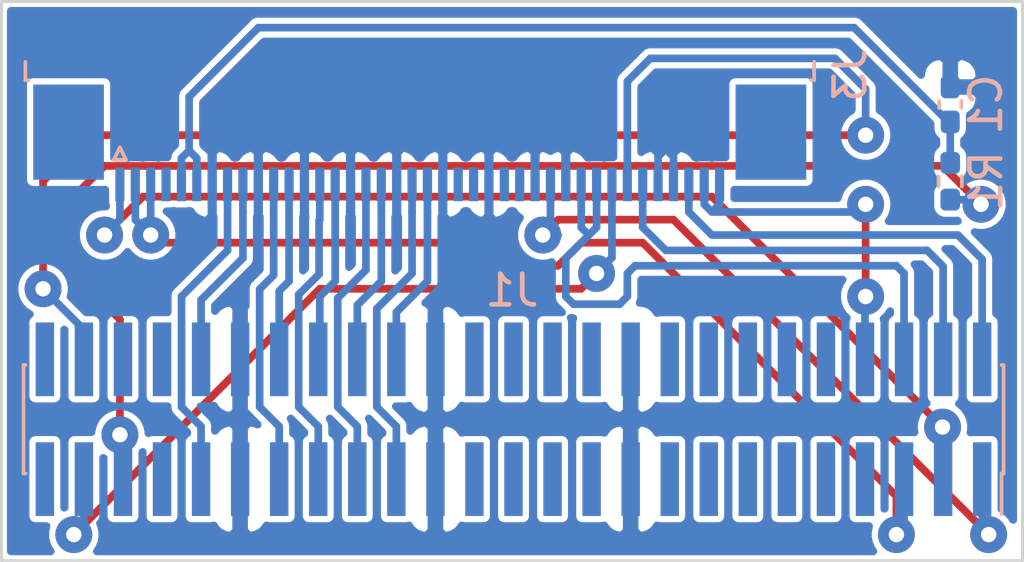
<source format=kicad_pcb>
(kicad_pcb (version 20211014) (generator pcbnew)
  (layers (0 "F.Cu" signal) (31 "B.Cu" signal) (34 "B.Paste" user) (35 "F.Paste" user) (36 "B.SilkS" user "B.Silkscreen") (37 "F.SilkS" user "F.Silkscreen") (38 "B.Mask" user) (39 "F.Mask" user) (44 "Edge.Cuts" user))
  (net 0 "")
  (net 1 "GND")
  (net 2 "/RST")
  (net 3 "VGH")
  (net 4 "AVCC")
  (net 5 "VGL")
  (net 6 "VCOM")
  (net 7 "BL_CAT")
  (net 8 "DVCC")
  (net 9 "BL_ANO")
  (net 10 "/RX3+")
  (net 11 "/RX3-")
  (net 12 "/RXC+")
  (net 13 "/RXC-")
  (net 14 "/RX2+")
  (net 15 "/RX2-")
  (net 16 "/RX1+")
  (net 17 "/RX1-")
  (net 18 "/RX0+")
  (net 19 "/RX0-")
  (net 20 "+3V3")
  (net 21 "VMIR")
  (net 22 "HMIR")
  (footprint "RTD2662Board:PinHeader_2x25_P1.27mm_Vertical_SMD_SmallPads" (layer "B.Cu") (at 197.049 95.995 90)
    (fp_text reference "J1" (at 4.195 -0.049 180) (layer "B.SilkS") (effects (justify mirror)))
    (fp_text value "Main Board Connector")
    (fp_line (start 1.765 15.935) (end 1.765 15.87) (layer "B.SilkS") (width 0.12))
    (fp_line (start -1.765 -15.935) (end 1.765 -15.935) (layer "B.SilkS") (width 0.12))
    (fp_line (start -1.765 15.935) (end 1.765 15.935) (layer "B.SilkS") (width 0.12))
    (fp_line (start 1.765 -15.87) (end 1.765 -15.935) (layer "B.SilkS") (width 0.12))
    (fp_line (start -3.09 15.87) (end -1.765 15.87) (layer "B.SilkS") (width 0.12))
    (fp_line (start -1.765 15.935) (end -1.765 15.87) (layer "B.SilkS") (width 0.12))
    (fp_line (start -1.765 -15.87) (end -1.765 -15.935) (layer "B.SilkS") (width 0.12))
    (pad "1" smd rect locked (at -1.95 15.24 90) (size 2.4 0.6) (layers "B.Cu" "B.Paste" "B.Mask") (net 4 "AVCC"))
    (pad "2" smd rect locked (at 1.95 15.24 90) (size 2.4 0.6) (layers "B.Cu" "B.Paste" "B.Mask") (net 3 "VGH"))
    (pad "3" smd rect locked (at -1.95 13.97 90) (size 2.4 0.6) (layers "B.Cu" "B.Paste" "B.Mask") (net 6 "VCOM"))
    (pad "4" smd rect locked (at 1.95 13.97 90) (size 2.4 0.6) (layers "B.Cu" "B.Paste" "B.Mask") (net 5 "VGL"))
    (pad "5" smd rect locked (at -1.95 12.7 90) (size 2.4 0.6) (layers "B.Cu" "B.Paste" "B.Mask") (net 8 "DVCC"))
    (pad "6" smd rect locked (at 1.95 12.7 90) (size 2.4 0.6) (layers "B.Cu" "B.Paste" "B.Mask") (net 7 "BL_CAT"))
    (pad "7" smd rect locked (at -1.95 11.43 90) (size 2.4 0.6) (layers "B.Cu" "B.Paste" "B.Mask"))
    (pad "8" smd rect locked (at 1.95 11.43 90) (size 2.4 0.6) (layers "B.Cu" "B.Paste" "B.Mask") (net 9 "BL_ANO"))
    (pad "9" smd rect locked (at -1.95 10.16 90) (size 2.4 0.6) (layers "B.Cu" "B.Paste" "B.Mask"))
    (pad "10" smd rect locked (at 1.95 10.16 90) (size 2.4 0.6) (layers "B.Cu" "B.Paste" "B.Mask"))
    (pad "11" smd rect locked (at -1.95 8.89 90) (size 2.4 0.6) (layers "B.Cu" "B.Paste" "B.Mask"))
    (pad "12" smd rect locked (at 1.95 8.89 90) (size 2.4 0.6) (layers "B.Cu" "B.Paste" "B.Mask"))
    (pad "13" smd rect locked (at -1.95 7.62 90) (size 2.4 0.6) (layers "B.Cu" "B.Paste" "B.Mask"))
    (pad "14" smd rect locked (at 1.95 7.62 90) (size 2.4 0.6) (layers "B.Cu" "B.Paste" "B.Mask"))
    (pad "15" smd rect locked (at -1.95 6.35 90) (size 2.4 0.6) (layers "B.Cu" "B.Paste" "B.Mask"))
    (pad "16" smd rect locked (at 1.95 6.35 90) (size 2.4 0.6) (layers "B.Cu" "B.Paste" "B.Mask"))
    (pad "17" smd rect locked (at -1.95 5.08 90) (size 2.4 0.6) (layers "B.Cu" "B.Paste" "B.Mask"))
    (pad "18" smd rect locked (at 1.95 5.08 90) (size 2.4 0.6) (layers "B.Cu" "B.Paste" "B.Mask"))
    (pad "19" smd rect locked (at -1.95 3.81 90) (size 2.4 0.6) (layers "B.Cu" "B.Paste" "B.Mask") (net 1 "GND"))
    (pad "20" smd rect locked (at 1.95 3.81 90) (size 2.4 0.6) (layers "B.Cu" "B.Paste" "B.Mask") (net 1 "GND"))
    (pad "21" smd rect locked (at -1.95 2.54 90) (size 2.4 0.6) (layers "B.Cu" "B.Paste" "B.Mask"))
    (pad "22" smd rect locked (at 1.95 2.54 90) (size 2.4 0.6) (layers "B.Cu" "B.Paste" "B.Mask"))
    (pad "23" smd rect locked (at -1.95 1.27 90) (size 2.4 0.6) (layers "B.Cu" "B.Paste" "B.Mask"))
    (pad "24" smd rect locked (at 1.95 1.27 90) (size 2.4 0.6) (layers "B.Cu" "B.Paste" "B.Mask"))
    (pad "25" smd rect locked (at -1.95 0 90) (size 2.4 0.6) (layers "B.Cu" "B.Paste" "B.Mask"))
    (pad "26" smd rect locked (at 1.95 0 90) (size 2.4 0.6) (layers "B.Cu" "B.Paste" "B.Mask"))
    (pad "27" smd rect locked (at -1.95 -1.27 90) (size 2.4 0.6) (layers "B.Cu" "B.Paste" "B.Mask"))
    (pad "28" smd rect locked (at 1.95 -1.27 90) (size 2.4 0.6) (layers "B.Cu" "B.Paste" "B.Mask"))
    (pad "29" smd rect locked (at -1.95 -2.54 90) (size 2.4 0.6) (layers "B.Cu" "B.Paste" "B.Mask") (net 1 "GND"))
    (pad "30" smd rect locked (at 1.95 -2.54 90) (size 2.4 0.6) (layers "B.Cu" "B.Paste" "B.Mask") (net 1 "GND"))
    (pad "31" smd rect locked (at -1.95 -3.81 90) (size 2.4 0.6) (layers "B.Cu" "B.Paste" "B.Mask") (net 11 "/RX3-"))
    (pad "32" smd rect locked (at 1.95 -3.81 90) (size 2.4 0.6) (layers "B.Cu" "B.Paste" "B.Mask") (net 10 "/RX3+"))
    (pad "33" smd rect locked (at -1.95 -5.08 90) (size 2.4 0.6) (layers "B.Cu" "B.Paste" "B.Mask") (net 13 "/RXC-"))
    (pad "34" smd rect locked (at 1.95 -5.08 90) (size 2.4 0.6) (layers "B.Cu" "B.Paste" "B.Mask") (net 12 "/RXC+"))
    (pad "35" smd rect locked (at -1.95 -6.35 90) (size 2.4 0.6) (layers "B.Cu" "B.Paste" "B.Mask") (net 15 "/RX2-"))
    (pad "36" smd rect locked (at 1.95 -6.35 90) (size 2.4 0.6) (layers "B.Cu" "B.Paste" "B.Mask") (net 14 "/RX2+"))
    (pad "37" smd rect locked (at -1.95 -7.62 90) (size 2.4 0.6) (layers "B.Cu" "B.Paste" "B.Mask") (net 17 "/RX1-"))
    (pad "38" smd rect locked (at 1.95 -7.62 90) (size 2.4 0.6) (layers "B.Cu" "B.Paste" "B.Mask") (net 16 "/RX1+"))
    (pad "39" smd rect locked (at -1.95 -8.89 90) (size 2.4 0.6) (layers "B.Cu" "B.Paste" "B.Mask") (net 1 "GND"))
    (pad "40" smd rect locked (at 1.95 -8.89 90) (size 2.4 0.6) (layers "B.Cu" "B.Paste" "B.Mask") (net 1 "GND"))
    (pad "41" smd rect locked (at -1.95 -10.16 90) (size 2.4 0.6) (layers "B.Cu" "B.Paste" "B.Mask") (net 19 "/RX0-"))
    (pad "42" smd rect locked (at 1.95 -10.16 90) (size 2.4 0.6) (layers "B.Cu" "B.Paste" "B.Mask") (net 18 "/RX0+"))
    (pad "43" smd rect locked (at -1.95 -11.43 90) (size 2.4 0.6) (layers "B.Cu" "B.Paste" "B.Mask"))
    (pad "44" smd rect locked (at 1.95 -11.43 90) (size 2.4 0.6) (layers "B.Cu" "B.Paste" "B.Mask"))
    (pad "45" smd rect locked (at -1.95 -12.7 90) (size 2.4 0.6) (layers "B.Cu" "B.Paste" "B.Mask") (net 20 "+3V3"))
    (pad "46" smd rect locked (at 1.95 -12.7 90) (size 2.4 0.6) (layers "B.Cu" "B.Paste" "B.Mask"))
    (pad "47" smd rect locked (at -1.95 -13.97 90) (size 2.4 0.6) (layers "B.Cu" "B.Paste" "B.Mask") (net 22 "HMIR"))
    (pad "48" smd rect locked (at 1.95 -13.97 90) (size 2.4 0.6) (layers "B.Cu" "B.Paste" "B.Mask") (net 21 "VMIR"))
    (pad "49" smd rect locked (at -1.95 -15.24 90) (size 2.4 0.6) (layers "B.Cu" "B.Paste" "B.Mask"))
    (pad "50" smd rect locked (at 1.95 -15.24 90) (size 2.4 0.6) (layers "B.Cu" "B.Paste" "B.Mask"))
  )
  (footprint "RTD2662Board:GenericConnFFC_1x40_P0.5mm_Horizontal" (layer "B.Cu") (at 194 87)
    (fp_text reference "J3" (at 14 -2.2 90) (layer "B.SilkS") (effects (justify mirror)))
    (fp_text value "LCD Connector Bottom")
    (fp_line (start 12.825 -2.04) (end 12.825 -2.64) (layer "B.SilkS") (width 0.12))
    (fp_line (start -9.75 0.15) (end -9.55 0.55) (layer "B.SilkS") (width 0.12))
    (fp_line (start -9.55 0.55) (end -9.95 0.55) (layer "B.SilkS") (width 0.12))
    (fp_line (start 12.715 -2.04) (end 12.825 -2.04) (layer "B.SilkS") (width 0.12))
    (fp_line (start -9.95 0.55) (end -9.75 0.15) (layer "B.SilkS") (width 0.12))
    (fp_line (start -12.825 -2.04) (end -12.825 -2.64) (layer "B.SilkS") (width 0.12))
    (fp_line (start -12.715 -2.04) (end -12.825 -2.04) (layer "B.SilkS") (width 0.12))
    (pad "1" smd rect locked (at -9.75 1.35) (size 0.3 1.1) (layers "B.Cu" "B.Paste" "B.Mask") (net 6 "VCOM"))
    (pad "2" smd rect locked (at -9.25 1.35) (size 0.3 1.1) (layers "B.Cu" "B.Paste" "B.Mask") (net 8 "DVCC"))
    (pad "3" smd rect locked (at -8.75 1.35) (size 0.3 1.1) (layers "B.Cu" "B.Paste" "B.Mask") (net 8 "DVCC"))
    (pad "4" smd rect locked (at -8.25 1.35) (size 0.3 1.1) (layers "B.Cu" "B.Paste" "B.Mask"))
    (pad "5" smd rect locked (at -7.75 1.35) (size 0.3 1.1) (layers "B.Cu" "B.Paste" "B.Mask") (net 2 "/RST"))
    (pad "6" smd rect locked (at -7.25 1.35) (size 0.3 1.1) (layers "B.Cu" "B.Paste" "B.Mask") (net 2 "/RST"))
    (pad "7" smd rect locked (at -6.75 1.35) (size 0.3 1.1) (layers "B.Cu" "B.Paste" "B.Mask") (net 1 "GND"))
    (pad "8" smd rect locked (at -6.25 1.35) (size 0.3 1.1) (layers "B.Cu" "B.Paste" "B.Mask") (net 19 "/RX0-"))
    (pad "9" smd rect locked (at -5.75 1.35) (size 0.3 1.1) (layers "B.Cu" "B.Paste" "B.Mask") (net 18 "/RX0+"))
    (pad "10" smd rect locked (at -5.25 1.35) (size 0.3 1.1) (layers "B.Cu" "B.Paste" "B.Mask") (net 1 "GND"))
    (pad "11" smd rect locked (at -4.75 1.35) (size 0.3 1.1) (layers "B.Cu" "B.Paste" "B.Mask") (net 17 "/RX1-"))
    (pad "12" smd rect locked (at -4.25 1.35) (size 0.3 1.1) (layers "B.Cu" "B.Paste" "B.Mask") (net 16 "/RX1+"))
    (pad "13" smd rect locked (at -3.75 1.35) (size 0.3 1.1) (layers "B.Cu" "B.Paste" "B.Mask") (net 1 "GND"))
    (pad "14" smd rect locked (at -3.25 1.35) (size 0.3 1.1) (layers "B.Cu" "B.Paste" "B.Mask") (net 15 "/RX2-"))
    (pad "15" smd rect locked (at -2.75 1.35) (size 0.3 1.1) (layers "B.Cu" "B.Paste" "B.Mask") (net 14 "/RX2+"))
    (pad "16" smd rect locked (at -2.25 1.35) (size 0.3 1.1) (layers "B.Cu" "B.Paste" "B.Mask") (net 1 "GND"))
    (pad "17" smd rect locked (at -1.75 1.35) (size 0.3 1.1) (layers "B.Cu" "B.Paste" "B.Mask") (net 13 "/RXC-"))
    (pad "18" smd rect locked (at -1.25 1.35) (size 0.3 1.1) (layers "B.Cu" "B.Paste" "B.Mask") (net 12 "/RXC+"))
    (pad "19" smd rect locked (at -0.75 1.35) (size 0.3 1.1) (layers "B.Cu" "B.Paste" "B.Mask") (net 1 "GND"))
    (pad "20" smd rect locked (at -0.25 1.35) (size 0.3 1.1) (layers "B.Cu" "B.Paste" "B.Mask") (net 11 "/RX3-"))
    (pad "21" smd rect locked (at 0.25 1.35) (size 0.3 1.1) (layers "B.Cu" "B.Paste" "B.Mask") (net 10 "/RX3+"))
    (pad "22" smd rect locked (at 0.75 1.35) (size 0.3 1.1) (layers "B.Cu" "B.Paste" "B.Mask") (net 1 "GND"))
    (pad "23" smd rect locked (at 1.25 1.35) (size 0.3 1.1) (layers "B.Cu" "B.Paste" "B.Mask"))
    (pad "24" smd rect locked (at 1.75 1.35) (size 0.3 1.1) (layers "B.Cu" "B.Paste" "B.Mask"))
    (pad "25" smd rect locked (at 2.25 1.35) (size 0.3 1.1) (layers "B.Cu" "B.Paste" "B.Mask") (net 1 "GND"))
    (pad "26" smd rect locked (at 2.75 1.35) (size 0.3 1.1) (layers "B.Cu" "B.Paste" "B.Mask"))
    (pad "27" smd rect locked (at 3.25 1.35) (size 0.3 1.1) (layers "B.Cu" "B.Paste" "B.Mask"))
    (pad "28" smd rect locked (at 3.75 1.35) (size 0.3 1.1) (layers "B.Cu" "B.Paste" "B.Mask") (net 1 "GND"))
    (pad "29" smd rect locked (at 4.25 1.35) (size 0.3 1.1) (layers "B.Cu" "B.Paste" "B.Mask") (net 4 "AVCC"))
    (pad "30" smd rect locked (at 4.75 1.35) (size 0.3 1.1) (layers "B.Cu" "B.Paste" "B.Mask") (net 1 "GND"))
    (pad "31" smd rect locked (at 5.25 1.35) (size 0.3 1.1) (layers "B.Cu" "B.Paste" "B.Mask") (net 7 "BL_CAT"))
    (pad "32" smd rect locked (at 5.75 1.35) (size 0.3 1.1) (layers "B.Cu" "B.Paste" "B.Mask") (net 7 "BL_CAT"))
    (pad "33" smd rect locked (at 6.25 1.35) (size 0.3 1.1) (layers "B.Cu" "B.Paste" "B.Mask") (net 22 "HMIR"))
    (pad "34" smd rect locked (at 6.75 1.35) (size 0.3 1.1) (layers "B.Cu" "B.Paste" "B.Mask") (net 21 "VMIR"))
    (pad "35" smd rect locked (at 7.25 1.35) (size 0.3 1.1) (layers "B.Cu" "B.Paste" "B.Mask") (net 5 "VGL"))
    (pad "36" smd rect locked (at 7.75 1.35) (size 0.3 1.1) (layers "B.Cu" "B.Paste" "B.Mask") (net 1 "GND"))
    (pad "37" smd rect locked (at 8.25 1.35) (size 0.3 1.1) (layers "B.Cu" "B.Paste" "B.Mask") (net 1 "GND"))
    (pad "38" smd rect locked (at 8.75 1.35) (size 0.3 1.1) (layers "B.Cu" "B.Paste" "B.Mask") (net 3 "VGH"))
    (pad "39" smd rect locked (at 9.25 1.35) (size 0.3 1.1) (layers "B.Cu" "B.Paste" "B.Mask") (net 9 "BL_ANO"))
    (pad "40" smd rect locked (at 9.75 1.35) (size 0.3 1.1) (layers "B.Cu" "B.Paste" "B.Mask") (net 9 "BL_ANO"))
    (pad "MP" smd rect locked (at 11.42 -0.35) (size 2.3 3.1) (layers "B.Cu" "B.Paste" "B.Mask"))
    (pad "MP" smd rect locked (at -11.42 -0.35) (size 2.3 3.1) (layers "B.Cu" "B.Paste" "B.Mask"))
  )
  (footprint "Capacitor_SMD:C_0402_1005Metric_Pad0.74x0.62mm_HandSolder" (layer "B.Cu") (at 211.25 85.75 90)
    (fp_text reference "C1" (at 0 1.16 270) (layer "B.SilkS") (effects (justify mirror)))
    (fp_text value "C")
    (fp_line (start -0.115835 -0.36) (end 0.115835 -0.36) (layer "B.SilkS") (width 0.12))
    (fp_line (start -0.115835 0.36) (end 0.115835 0.36) (layer "B.SilkS") (width 0.12))
    (pad "1" smd roundrect locked (at -0.5675 0 90) (size 0.735 0.62) (layers "B.Cu" "B.Paste" "B.Mask") (net 2 "/RST"))
    (pad "2" smd roundrect locked (at 0.5675 0 90) (size 0.735 0.62) (layers "B.Cu" "B.Paste" "B.Mask") (net 1 "GND"))
  )
  (footprint "Resistor_SMD:R_0402_1005Metric_Pad0.72x0.64mm_HandSolder" (layer "B.Cu") (at 211.25 88.25 90)
    (fp_text reference "R1" (at 0 1.17 270) (layer "B.SilkS") (effects (justify mirror)))
    (fp_text value "R")
    (fp_line (start -0.167621 0.38) (end 0.167621 0.38) (layer "B.SilkS") (width 0.12))
    (fp_line (start -0.167621 -0.38) (end 0.167621 -0.38) (layer "B.SilkS") (width 0.12))
    (pad "1" smd roundrect locked (at -0.5975 0 90) (size 0.715 0.64) (layers "B.Cu" "B.Paste" "B.Mask") (net 20 "+3V3"))
    (pad "2" smd roundrect locked (at 0.5975 0 90) (size 0.715 0.64) (layers "B.Cu" "B.Paste" "B.Mask") (net 2 "/RST"))
  )
  (gr_line (start 180.4 100.6) (end 213.6 100.6) (layer "Edge.Cuts") (width 0.1))
  (gr_line (start 213.6 100.6) (end 213.6 82.4) (layer "Edge.Cuts") (width 0.1))
  (gr_line (start 180.4 82.4) (end 180.4 100.6) (layer "Edge.Cuts") (width 0.1))
  (gr_line (start 213.6 82.4) (end 180.4 82.4) (layer "Edge.Cuts") (width 0.1))
  (segment (start 202.25 87.45) (end 202 87.2) (width 0.25) (layer "B.Cu") (net 1))
  (segment (start 201.75 87.45) (end 202 87.2) (width 0.25) (layer "B.Cu") (net 1))
  (segment (start 201.75 88.35) (end 201.75 87.45) (width 0.25) (layer "B.Cu") (net 1))
  (segment (start 202.25 88.35) (end 202.25 87.45) (width 0.25) (layer "B.Cu") (net 1))
  (segment (start 186.5 85.5) (end 186.5 87.25) (width 0.25) (layer "B.Cu") (net 2))
  (segment (start 211.25 86.3175) (end 211.1925 86.3175) (width 0.25) (layer "B.Cu") (net 2))
  (segment (start 186.25 87.5) (end 186.5 87.25) (width 0.25) (layer "B.Cu") (net 2))
  (segment (start 208.125 83.25) (end 188.75 83.25) (width 0.25) (layer "B.Cu") (net 2))
  (segment (start 186.5 87.25) (end 186.75 87.5) (width 0.25) (layer "B.Cu") (net 2))
  (segment (start 186.75 87.75) (end 186.75 88.5) (width 0.25) (layer "B.Cu") (net 2))
  (segment (start 211.25 87.6525) (end 211.25 86.25) (width 0.25) (layer "B.Cu") (net 2))
  (segment (start 186.25 88.35) (end 186.25 87.5) (width 0.25) (layer "B.Cu") (net 2))
  (segment (start 186.75 87.5) (end 186.75 87.75) (width 0.25) (layer "B.Cu") (net 2))
  (segment (start 211.1925 86.3175) (end 208.125 83.25) (width 0.25) (layer "B.Cu") (net 2))
  (segment (start 188.75 83.25) (end 186.5 85.5) (width 0.25) (layer "B.Cu") (net 2))
  (segment (start 202.75 88.35) (end 202.75 89.25) (width 0.25) (layer "B.Cu") (net 3))
  (segment (start 212.289 90.789) (end 212.289 94.045) (width 0.25) (layer "B.Cu") (net 3))
  (segment (start 203.5 90) (end 211.5 90) (width 0.25) (layer "B.Cu") (net 3))
  (segment (start 211.5 90) (end 212.289 90.789) (width 0.25) (layer "B.Cu") (net 3))
  (segment (start 202.75 89.25) (end 203.5 90) (width 0.25) (layer "B.Cu") (net 3))
  (segment (start 198.5 89.5) (end 202.25 89.5) (width 0.25) (layer "F.Cu") (net 4))
  (segment (start 202.25 89.5) (end 212.5 99.75) (width 0.25) (layer "F.Cu") (net 4))
  (segment (start 198 90) (end 198.5 89.5) (width 0.25) (layer "F.Cu") (net 4))
  (via (at 198 90) (size 1.2) (drill 0.5) (layers "F.Cu" "B.Cu") (net 4))
  (via (at 212.5 99.75) (size 1.2) (drill 0.5) (layers "F.Cu" "B.Cu") (net 4))
  (segment (start 198.25 89.75) (end 198 90) (width 0.25) (layer "B.Cu") (net 4))
  (segment (start 212.289 97.945) (end 212.289 99.539) (width 0.25) (layer "B.Cu") (net 4))
  (segment (start 212.289 99.539) (end 212.5 99.75) (width 0.25) (layer "B.Cu") (net 4))
  (segment (start 198.25 88.35) (end 198.25 89.75) (width 0.25) (layer "B.Cu") (net 4))
  (segment (start 198.5 90) (end 198.25 89.75) (width 0.25) (layer "B.Cu") (net 4))
  (segment (start 210.5 90.5) (end 202 90.5) (width 0.25) (layer "B.Cu") (net 5))
  (segment (start 211.019 94.045) (end 211.019 91.019) (width 0.25) (layer "B.Cu") (net 5))
  (segment (start 211.019 91.019) (end 210.5 90.5) (width 0.25) (layer "B.Cu") (net 5))
  (segment (start 202 90.5) (end 201.25 89.75) (width 0.25) (layer "B.Cu") (net 5))
  (segment (start 201.25 89.75) (end 201.25 88.35) (width 0.25) (layer "B.Cu") (net 5))
  (segment (start 185 88.75) (end 183.75 90) (width 0.25) (layer "F.Cu") (net 6))
  (segment (start 211 96.25) (end 203.5 88.75) (width 0.25) (layer "F.Cu") (net 6))
  (segment (start 203.5 88.75) (end 185 88.75) (width 0.25) (layer "F.Cu") (net 6))
  (via (at 211 96.25) (size 1.2) (drill 0.5) (layers "F.Cu" "B.Cu") (net 6))
  (via (at 183.75 90) (size 1.2) (drill 0.5) (layers "F.Cu" "B.Cu") (net 6))
  (segment (start 184.25 88.35) (end 184.25 89.5) (width 0.25) (layer "B.Cu") (net 6))
  (segment (start 211.019 97.945) (end 211.019 96.269) (width 0.25) (layer "B.Cu") (net 6))
  (segment (start 184.25 89.5) (end 184 89.75) (width 0.25) (layer "B.Cu") (net 6))
  (segment (start 211.019 96.269) (end 211 96.25) (width 0.25) (layer "B.Cu") (net 6))
  (segment (start 209.749 94.045) (end 209.749 91.249) (width 0.25) (layer "B.Cu") (net 7))
  (segment (start 198.75 90.75) (end 199.5 90) (width 0.25) (layer "B.Cu") (net 7))
  (segment (start 200.5 92.25) (end 199 92.25) (width 0.25) (layer "B.Cu") (net 7))
  (segment (start 199 92.25) (end 198.75 92) (width 0.25) (layer "B.Cu") (net 7))
  (segment (start 201 91) (end 200.75 91.25) (width 0.25) (layer "B.Cu") (net 7))
  (segment (start 209.748 91.248) (end 209.5 91) (width 0.25) (layer "B.Cu") (net 7))
  (segment (start 209.5 91) (end 201 91) (width 0.25) (layer "B.Cu") (net 7))
  (segment (start 209.749 91.249) (end 209.748 91.25) (width 0.25) (layer "B.Cu") (net 7))
  (segment (start 200.75 91.25) (end 200.75 92) (width 0.25) (layer "B.Cu") (net 7))
  (segment (start 200.75 92) (end 200.5 92.25) (width 0.25) (layer "B.Cu") (net 7))
  (segment (start 199.75 88.35) (end 199.75 89.75) (width 0.25) (layer "B.Cu") (net 7))
  (segment (start 209.748 91.25) (end 209.748 91.248) (width 0.25) (layer "B.Cu") (net 7))
  (segment (start 199.25 88.35) (end 199.25 89.75) (width 0.25) (layer "B.Cu") (net 7))
  (segment (start 199.25 89.75) (end 199.5 90) (width 0.25) (layer "B.Cu") (net 7))
  (segment (start 199.75 89.75) (end 199.5 90) (width 0.25) (layer "B.Cu") (net 7))
  (segment (start 198.75 92) (end 198.75 90.75) (width 0.25) (layer "B.Cu") (net 7))
  (segment (start 197.25 91) (end 198.5 91) (width 0.25) (layer "F.Cu") (net 8))
  (segment (start 185.25 90) (end 185.5 90.25) (width 0.25) (layer "F.Cu") (net 8))
  (segment (start 185.5 90.25) (end 196.5 90.25) (width 0.25) (layer "F.Cu") (net 8))
  (segment (start 196.5 90.25) (end 197.25 91) (width 0.25) (layer "F.Cu") (net 8))
  (segment (start 199.25 90.25) (end 201.25 90.25) (width 0.25) (layer "F.Cu") (net 8))
  (segment (start 198.5 91) (end 199.25 90.25) (width 0.25) (layer "F.Cu") (net 8))
  (segment (start 209.5 98.5) (end 209.5 99.75) (width 0.25) (layer "F.Cu") (net 8))
  (segment (start 201.25 90.25) (end 209.5 98.5) (width 0.25) (layer "F.Cu") (net 8))
  (via (at 209.5 99.75) (size 1.2) (drill 0.5) (layers "F.Cu" "B.Cu") (net 8))
  (via (at 185.25 90) (size 1.2) (drill 0.5) (layers "F.Cu" "B.Cu") (net 8))
  (segment (start 184.75 88.35) (end 184.75 89.5) (width 0.25) (layer "B.Cu") (net 8))
  (segment (start 209.749 99.501) (end 209.5 99.75) (width 0.25) (layer "B.Cu") (net 8))
  (segment (start 184.75 89.5) (end 185 89.75) (width 0.25) (layer "B.Cu") (net 8))
  (segment (start 185.25 89.5) (end 185 89.75) (width 0.25) (layer "B.Cu") (net 8))
  (segment (start 185.25 88.35) (end 185.25 89.5) (width 0.25) (layer "B.Cu") (net 8))
  (segment (start 209.749 97.945) (end 209.749 99.501) (width 0.25) (layer "B.Cu") (net 8))
  (segment (start 185 89.75) (end 185.25 90) (width 0.25) (layer "B.Cu") (net 8))
  (segment (start 208.5 92) (end 208.5 89) (width 0.25) (layer "F.Cu") (net 9))
  (via (at 208.5 92) (size 1.2) (drill 0.5) (layers "F.Cu" "B.Cu") (net 9))
  (via (at 208.5 89) (size 1.2) (drill 0.5) (layers "F.Cu" "B.Cu") (net 9))
  (segment (start 208.479 92.021) (end 208.5 92) (width 0.25) (layer "B.Cu") (net 9))
  (segment (start 208.5 89) (end 208.25 89) (width 0.25) (layer "B.Cu") (net 9))
  (segment (start 208.479 94.045) (end 208.479 92.021) (width 0.25) (layer "B.Cu") (net 9))
  (segment (start 203.25 89) (end 203.5 89.25) (width 0.25) (layer "B.Cu") (net 9))
  (segment (start 203.75 89) (end 203.5 89.25) (width 0.25) (layer "B.Cu") (net 9))
  (segment (start 203.25 88.35) (end 203.25 89) (width 0.25) (layer "B.Cu") (net 9))
  (segment (start 208.25 89) (end 208 89.25) (width 0.25) (layer "B.Cu") (net 9))
  (segment (start 203.75 88.35) (end 203.75 89) (width 0.25) (layer "B.Cu") (net 9))
  (segment (start 208 89.25) (end 203.5 89.25) (width 0.25) (layer "B.Cu") (net 9))
  (segment (start 193.239 92.511) (end 194.25 91.5) (width 0.25) (layer "B.Cu") (net 10))
  (segment (start 193.239 94.045) (end 193.239 92.511) (width 0.25) (layer "B.Cu") (net 10))
  (segment (start 194.25 91.5) (end 194.25 89.25) (width 0.25) (layer "B.Cu") (net 10))
  (segment (start 194.25 89.25) (end 194.25 88.35) (width 0.25) (layer "B.Cu") (net 10))
  (segment (start 193.75 89.25) (end 193.75 88.35) (width 0.25) (layer "B.Cu") (net 11))
  (segment (start 192.604 95.595) (end 192.604 92.396) (width 0.25) (layer "B.Cu") (net 11))
  (segment (start 192.604 92.396) (end 193.75 91.25) (width 0.25) (layer "B.Cu") (net 11))
  (segment (start 193.75 91.25) (end 193.75 89.25) (width 0.25) (layer "B.Cu") (net 11))
  (segment (start 193.239 96.23) (end 192.604 95.595) (width 0.25) (layer "B.Cu") (net 11))
  (segment (start 193.239 97.945) (end 193.239 96.23) (width 0.25) (layer "B.Cu") (net 11))
  (segment (start 191.969 94.045) (end 191.969 92.281) (width 0.25) (layer "B.Cu") (net 12))
  (segment (start 191.969 92.281) (end 192.75 91.5) (width 0.25) (layer "B.Cu") (net 12))
  (segment (start 192.75 89.15) (end 192.75 88.35) (width 0.25) (layer "B.Cu") (net 12))
  (segment (start 192.75 91.5) (end 192.75 89.15) (width 0.25) (layer "B.Cu") (net 12))
  (segment (start 191.334 95.595) (end 191.969 96.23) (width 0.25) (layer "B.Cu") (net 13))
  (segment (start 192.25 91.13641) (end 191.334 92.05241) (width 0.25) (layer "B.Cu") (net 13))
  (segment (start 191.969 96.23) (end 191.969 97.945) (width 0.25) (layer "B.Cu") (net 13))
  (segment (start 191.334 92.05241) (end 191.334 95.595) (width 0.25) (layer "B.Cu") (net 13))
  (segment (start 192.25 88.25) (end 192.25 91.13641) (width 0.25) (layer "B.Cu") (net 13))
  (segment (start 190.75 92) (end 191.25 91.5) (width 0.25) (layer "B.Cu") (net 14))
  (segment (start 191.25 89.15) (end 191.25 88.35) (width 0.25) (layer "B.Cu") (net 14))
  (segment (start 191.25 91.5) (end 191.25 89.15) (width 0.25) (layer "B.Cu") (net 14))
  (segment (start 190.699 94.045) (end 190.75 93.994) (width 0.25) (layer "B.Cu") (net 14))
  (segment (start 190.75 93.994) (end 190.75 92) (width 0.25) (layer "B.Cu") (net 14))
  (segment (start 190.725001 89.524999) (end 190.725001 91.274999) (width 0.25) (layer "B.Cu") (net 15))
  (segment (start 190.064 95.595) (end 190.699 96.23) (width 0.25) (layer "B.Cu") (net 15))
  (segment (start 190.699 96.23) (end 190.699 97.945) (width 0.25) (layer "B.Cu") (net 15))
  (segment (start 190.75 88.35) (end 190.75 89.5) (width 0.25) (layer "B.Cu") (net 15))
  (segment (start 190.064 91.936) (end 190.064 95.595) (width 0.25) (layer "B.Cu") (net 15))
  (segment (start 190.725001 91.274999) (end 190.064 91.936) (width 0.25) (layer "B.Cu") (net 15))
  (segment (start 190.75 89.5) (end 190.725001 89.524999) (width 0.25) (layer "B.Cu") (net 15))
  (segment (start 189.75 91.5) (end 189.75 90.25) (width 0.25) (layer "B.Cu") (net 16))
  (segment (start 189.75 90.25) (end 189.75 88.35) (width 0.25) (layer "B.Cu") (net 16))
  (segment (start 189.429 91.821) (end 189.75 91.5) (width 0.25) (layer "B.Cu") (net 16))
  (segment (start 189.429 94.045) (end 189.429 91.821) (width 0.25) (layer "B.Cu") (net 16))
  (segment (start 189.25 91.306795) (end 188.794 91.762795) (width 0.25) (layer "B.Cu") (net 17))
  (segment (start 188.794 91.762795) (end 188.794 95.595) (width 0.25) (layer "B.Cu") (net 17))
  (segment (start 189.429 96.23) (end 189.429 97.945) (width 0.25) (layer "B.Cu") (net 17))
  (segment (start 189.25 88.35) (end 189.25 91.306795) (width 0.25) (layer "B.Cu") (net 17))
  (segment (start 188.794 95.595) (end 189.429 96.23) (width 0.25) (layer "B.Cu") (net 17))
  (segment (start 186.889 92.111) (end 188.25 90.75) (width 0.25) (layer "B.Cu") (net 18))
  (segment (start 188.25 89.25) (end 188.25 88.35) (width 0.25) (layer "B.Cu") (net 18))
  (segment (start 188.25 90.75) (end 188.25 89.25) (width 0.25) (layer "B.Cu") (net 18))
  (segment (start 186.889 94.045) (end 186.889 92.111) (width 0.25) (layer "B.Cu") (net 18))
  (segment (start 186.254 95.595) (end 186.889 96.23) (width 0.25) (layer "B.Cu") (net 19))
  (segment (start 186.889 96.23) (end 186.889 97.945) (width 0.25) (layer "B.Cu") (net 19))
  (segment (start 186.254 91.996) (end 186.254 95.595) (width 0.25) (layer "B.Cu") (net 19))
  (segment (start 187.75 90.5) (end 186.254 91.996) (width 0.25) (layer "B.Cu") (net 19))
  (segment (start 187.75 88.35) (end 187.75 90.5) (width 0.25) (layer "B.Cu") (net 19))
  (segment (start 184.25 92.75) (end 184.25 96.5) (width 0.25) (layer "F.Cu") (net 20))
  (segment (start 182.5 89) (end 182.5 91) (width 0.25) (layer "F.Cu") (net 20))
  (segment (start 182.5 91) (end 184.25 92.75) (width 0.25) (layer "F.Cu") (net 20))
  (segment (start 212.25 89) (end 211 87.75) (width 0.25) (layer "F.Cu") (net 20))
  (segment (start 183.75 87.75) (end 182.5 89) (width 0.25) (layer "F.Cu") (net 20))
  (segment (start 211 87.75) (end 183.75 87.75) (width 0.25) (layer "F.Cu") (net 20))
  (via (at 184.25 96.5) (size 1.2) (drill 0.5) (layers "F.Cu" "B.Cu") (net 20))
  (via (at 212.25 89) (size 1.2) (drill 0.5) (layers "F.Cu" "B.Cu") (net 20))
  (segment (start 212.0975 88.8475) (end 212.25 89) (width 0.25) (layer "B.Cu") (net 20))
  (segment (start 184.349 97.945) (end 184.349 96.599) (width 0.25) (layer "B.Cu") (net 20))
  (segment (start 211.25 88.8475) (end 212.0975 88.8475) (width 0.25) (layer "B.Cu") (net 20))
  (segment (start 184.349 96.599) (end 184.25 96.5) (width 0.25) (layer "B.Cu") (net 20))
  (segment (start 208.5 86.75) (end 183.25 86.75) (width 0.25) (layer "F.Cu") (net 21))
  (segment (start 183.25 86.75) (end 181.75 88.25) (width 0.25) (layer "F.Cu") (net 21))
  (segment (start 181.75 88.25) (end 181.75 91.75) (width 0.25) (layer "F.Cu") (net 21))
  (via (at 208.5 86.75) (size 1.2) (drill 0.5) (layers "F.Cu" "B.Cu") (net 21))
  (via (at 181.75 91.75) (size 1.2) (drill 0.5) (layers "F.Cu" "B.Cu") (net 21))
  (segment (start 208.5 86.75) (end 208.5 85.25) (width 0.25) (layer "B.Cu") (net 21))
  (segment (start 201.5 84.25) (end 200.75 85) (width 0.25) (layer "B.Cu") (net 21))
  (segment (start 208.5 85.25) (end 207.5 84.25) (width 0.25) (layer "B.Cu") (net 21))
  (segment (start 200.75 85) (end 200.75 88.25) (width 0.25) (layer "B.Cu") (net 21))
  (segment (start 207.5 84.25) (end 201.5 84.25) (width 0.25) (layer "B.Cu") (net 21))
  (segment (start 183.079 94.045) (end 183.079 93.079) (width 0.25) (layer "B.Cu") (net 21))
  (segment (start 183.079 93.079) (end 181.75 91.75) (width 0.25) (layer "B.Cu") (net 21))
  (segment (start 199.25 91.75) (end 199.75 91.25) (width 0.25) (layer "F.Cu") (net 22))
  (segment (start 190.75 91.75) (end 199.25 91.75) (width 0.25) (layer "F.Cu") (net 22))
  (segment (start 182.75 99.75) (end 190.75 91.75) (width 0.25) (layer "F.Cu") (net 22))
  (via (at 182.75 99.75) (size 1.2) (drill 0.5) (layers "F.Cu" "B.Cu") (net 22))
  (via (at 199.75 91.25) (size 1.2) (drill 0.5) (layers "F.Cu" "B.Cu") (net 22))
  (segment (start 182.779 99.721) (end 182.75 99.75) (width 0.25) (layer "B.Cu") (net 22))
  (segment (start 200.25 88.5) (end 200.25 90.73725) (width 0.25) (layer "B.Cu") (net 22))
  (segment (start 183.079 99.721) (end 183 99.8) (width 0.25) (layer "B.Cu") (net 22))
  (segment (start 199.987411 91.012589) (end 199.75 91.25) (width 0.25) (layer "B.Cu") (net 22))
  (segment (start 200.25 90.73725) (end 199.987411 90.999839) (width 0.25) (layer "B.Cu") (net 22))
  (segment (start 183.079 97.945) (end 183.079 99.721) (width 0.25) (layer "B.Cu") (net 22))
  (segment (start 199.987411 90.999839) (end 199.987411 91.012589) (width 0.25) (layer "B.Cu") (net 22))
  (segment (start 183.079 99.721) (end 182.779 99.721) (width 0.25) (layer "B.Cu") (net 22))
  (zone (net 1) (net_name "GND") (layer "B.Cu") (connect_pads (clearance 0.127)) (min_thickness 0.254) (fill yes (thermal_gap 0.508) (thermal_bridge_width 0.508))
    (polygon (pts (xy 213.5 100.5) (xy 180.5 100.5) (xy 180.5 82.5) (xy 213.5 82.5)))
  )
)
</source>
